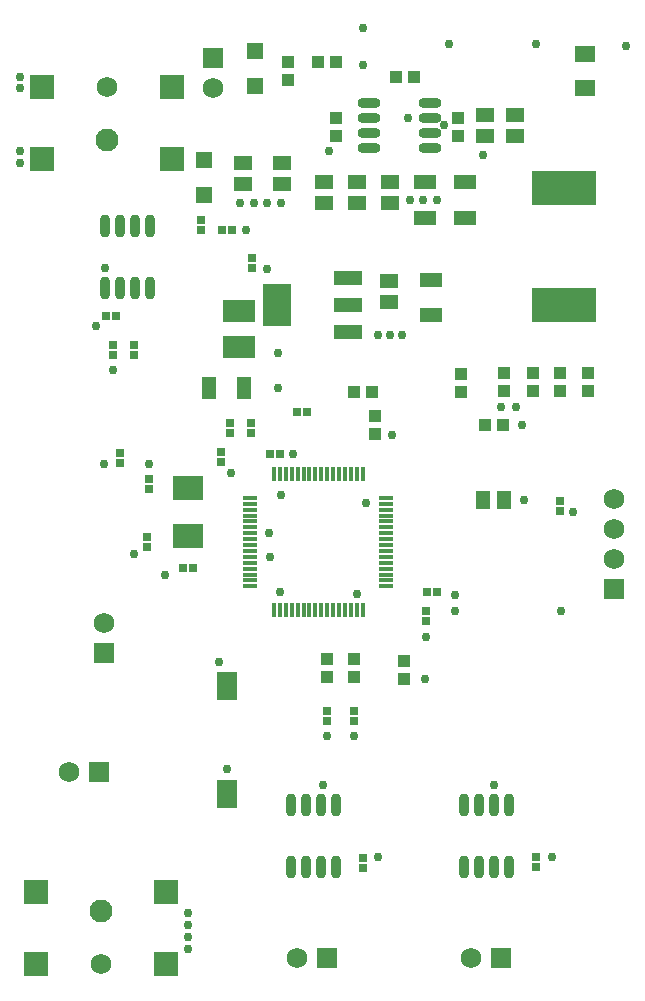
<source format=gts>
G04*
G04 #@! TF.GenerationSoftware,Altium Limited,Altium Designer,20.1.14 (287)*
G04*
G04 Layer_Color=8388736*
%FSLAX25Y25*%
%MOIN*%
G70*
G04*
G04 #@! TF.SameCoordinates,C5642C15-9C93-435C-A7BF-0FB1E55D52FF*
G04*
G04*
G04 #@! TF.FilePolarity,Negative*
G04*
G01*
G75*
%ADD26R,0.04724X0.01181*%
%ADD27R,0.01181X0.04724*%
%ADD34R,0.21260X0.11417*%
%ADD38R,0.07087X0.05276*%
%ADD39R,0.02959X0.02762*%
%ADD40R,0.04449X0.04252*%
%ADD41R,0.10039X0.08071*%
%ADD42R,0.02762X0.02959*%
%ADD43R,0.09252X0.14370*%
%ADD44R,0.09252X0.04528*%
%ADD45R,0.06890X0.09173*%
%ADD46R,0.06890X0.09252*%
%ADD47R,0.04252X0.04449*%
%ADD48R,0.10827X0.07677*%
%ADD49R,0.05039X0.07677*%
%ADD50R,0.08465X0.08465*%
%ADD51R,0.03150X0.02953*%
%ADD52O,0.03347X0.07677*%
%ADD53R,0.06378X0.05158*%
%ADD54O,0.07677X0.03347*%
%ADD55R,0.07677X0.05039*%
%ADD56R,0.05394X0.05512*%
%ADD57R,0.05158X0.06378*%
%ADD58C,0.06890*%
%ADD59R,0.06890X0.06890*%
%ADD60C,0.07677*%
%ADD61R,0.06890X0.06890*%
%ADD62C,0.02953*%
D26*
X79862Y180264D02*
D03*
Y178295D02*
D03*
Y176327D02*
D03*
Y174358D02*
D03*
Y172390D02*
D03*
Y170421D02*
D03*
Y168453D02*
D03*
Y166484D02*
D03*
Y164516D02*
D03*
Y162547D02*
D03*
Y160579D02*
D03*
Y158610D02*
D03*
Y156642D02*
D03*
Y154673D02*
D03*
Y152705D02*
D03*
Y150736D02*
D03*
X125138D02*
D03*
Y152705D02*
D03*
Y154673D02*
D03*
Y156642D02*
D03*
Y158610D02*
D03*
Y160579D02*
D03*
Y162547D02*
D03*
Y164516D02*
D03*
Y166484D02*
D03*
Y168453D02*
D03*
Y170421D02*
D03*
Y172390D02*
D03*
Y174358D02*
D03*
Y176327D02*
D03*
Y178295D02*
D03*
Y180264D02*
D03*
D27*
X87736Y142862D02*
D03*
X89705D02*
D03*
X91673D02*
D03*
X93642D02*
D03*
X95610D02*
D03*
X97579D02*
D03*
X99547D02*
D03*
X101516D02*
D03*
X103484D02*
D03*
X105453D02*
D03*
X107421D02*
D03*
X109390D02*
D03*
X111358D02*
D03*
X113327D02*
D03*
X115295D02*
D03*
X117264D02*
D03*
Y188138D02*
D03*
X115295D02*
D03*
X113327D02*
D03*
X111358D02*
D03*
X109390D02*
D03*
X107421D02*
D03*
X105453D02*
D03*
X103484D02*
D03*
X101516D02*
D03*
X99547D02*
D03*
X97579D02*
D03*
X95610D02*
D03*
X93642D02*
D03*
X91673D02*
D03*
X89705D02*
D03*
X87736D02*
D03*
D34*
X184500Y244512D02*
D03*
Y283488D02*
D03*
D38*
X191500Y328130D02*
D03*
Y316870D02*
D03*
D39*
X183000Y179173D02*
D03*
Y175827D02*
D03*
X138500Y142500D02*
D03*
Y139154D02*
D03*
X70000Y195673D02*
D03*
Y192327D02*
D03*
X36500Y195173D02*
D03*
Y191827D02*
D03*
X80500Y260173D02*
D03*
Y256827D02*
D03*
X114500Y109173D02*
D03*
Y105827D02*
D03*
X105500Y109173D02*
D03*
Y105827D02*
D03*
X80000Y201827D02*
D03*
Y205173D02*
D03*
X73000Y201827D02*
D03*
Y205173D02*
D03*
X63500Y272847D02*
D03*
Y269500D02*
D03*
X45500Y164000D02*
D03*
Y167347D02*
D03*
X46000Y186673D02*
D03*
Y183327D02*
D03*
X117500Y57000D02*
D03*
Y60347D02*
D03*
X175000Y57153D02*
D03*
Y60500D02*
D03*
D40*
X164500Y222031D02*
D03*
Y215968D02*
D03*
X174000Y222031D02*
D03*
Y215968D02*
D03*
X183000Y222031D02*
D03*
Y215968D02*
D03*
X192500Y222031D02*
D03*
Y215968D02*
D03*
X131000Y126031D02*
D03*
Y119968D02*
D03*
X114500Y126532D02*
D03*
Y120468D02*
D03*
X105500Y126532D02*
D03*
Y120468D02*
D03*
X121500Y207531D02*
D03*
Y201468D02*
D03*
X150000Y221532D02*
D03*
Y215469D02*
D03*
X149000Y300969D02*
D03*
Y307031D02*
D03*
X108500Y300969D02*
D03*
Y307031D02*
D03*
X92500Y325532D02*
D03*
Y319468D02*
D03*
D41*
X59000Y167429D02*
D03*
Y183571D02*
D03*
D42*
X86327Y195000D02*
D03*
X89673D02*
D03*
X60673Y157000D02*
D03*
X57327D02*
D03*
X98673Y209000D02*
D03*
X95327D02*
D03*
X70327Y269500D02*
D03*
X73673D02*
D03*
X35173Y241000D02*
D03*
X31827D02*
D03*
X142173Y149000D02*
D03*
X138827D02*
D03*
D43*
X88689Y244500D02*
D03*
D44*
X112311Y253555D02*
D03*
Y244500D02*
D03*
Y235445D02*
D03*
D45*
X72000Y81410D02*
D03*
D46*
Y117591D02*
D03*
D47*
X114469Y215500D02*
D03*
X120531D02*
D03*
X157968Y204500D02*
D03*
X164032D02*
D03*
X108531Y325500D02*
D03*
X102469D02*
D03*
X134563Y320500D02*
D03*
X128500D02*
D03*
D48*
X76000Y242406D02*
D03*
Y230594D02*
D03*
D49*
X66134Y217000D02*
D03*
X77866D02*
D03*
D50*
X8347Y24716D02*
D03*
X51653D02*
D03*
X8347Y48929D02*
D03*
X51653D02*
D03*
X53654Y317284D02*
D03*
X10346D02*
D03*
X53654Y293071D02*
D03*
X10346D02*
D03*
D51*
X34000Y231173D02*
D03*
Y227827D02*
D03*
X41000Y231173D02*
D03*
Y227827D02*
D03*
D52*
X46500Y270736D02*
D03*
X41500D02*
D03*
X36500D02*
D03*
X31500D02*
D03*
X46500Y250264D02*
D03*
X41500D02*
D03*
X36500D02*
D03*
X31500D02*
D03*
X93500Y57264D02*
D03*
X98500D02*
D03*
X103500D02*
D03*
X108500D02*
D03*
X93500Y77736D02*
D03*
X98500D02*
D03*
X103500D02*
D03*
X108500D02*
D03*
X151000Y57264D02*
D03*
X156000D02*
D03*
X161000D02*
D03*
X166000D02*
D03*
X151000Y77736D02*
D03*
X156000D02*
D03*
X161000D02*
D03*
X166000D02*
D03*
D53*
X126000Y245496D02*
D03*
Y252504D02*
D03*
X126500Y285504D02*
D03*
Y278496D02*
D03*
X104500D02*
D03*
Y285504D02*
D03*
X115500Y278496D02*
D03*
Y285504D02*
D03*
X158000Y308004D02*
D03*
Y300996D02*
D03*
X168000Y308004D02*
D03*
Y300996D02*
D03*
X90500Y285000D02*
D03*
Y292008D02*
D03*
X77500Y284996D02*
D03*
Y292004D02*
D03*
D54*
X119264Y312000D02*
D03*
Y307000D02*
D03*
Y302000D02*
D03*
Y297000D02*
D03*
X139736Y312000D02*
D03*
Y307000D02*
D03*
Y302000D02*
D03*
Y297000D02*
D03*
D55*
X151500Y273634D02*
D03*
Y285366D02*
D03*
X138000Y273634D02*
D03*
Y285366D02*
D03*
X140000Y241134D02*
D03*
Y252866D02*
D03*
D56*
X81500Y329307D02*
D03*
Y317693D02*
D03*
X64500Y281193D02*
D03*
Y292807D02*
D03*
D57*
X157496Y179500D02*
D03*
X164504D02*
D03*
D58*
X153500Y27000D02*
D03*
X30000Y24716D02*
D03*
X67500Y317000D02*
D03*
X32000Y317284D02*
D03*
X201000Y180000D02*
D03*
Y170000D02*
D03*
Y160000D02*
D03*
X31000Y138500D02*
D03*
X19500Y89000D02*
D03*
X95500Y27000D02*
D03*
D59*
X163500D02*
D03*
X29500Y89000D02*
D03*
X105500Y27000D02*
D03*
D60*
X30000Y42433D02*
D03*
X32000Y299567D02*
D03*
D61*
X67500Y327000D02*
D03*
X201000Y150000D02*
D03*
X31000Y128500D02*
D03*
D62*
X170500Y204500D02*
D03*
X187337Y175663D02*
D03*
X115348Y148348D02*
D03*
X89729Y148729D02*
D03*
X157500Y294500D02*
D03*
X180500Y60500D02*
D03*
X122500D02*
D03*
X168500Y210500D02*
D03*
X163500D02*
D03*
X104000Y84500D02*
D03*
X138000Y120000D02*
D03*
X138500Y134000D02*
D03*
X148000Y142500D02*
D03*
X161000Y84500D02*
D03*
X148000Y148000D02*
D03*
X183500Y142500D02*
D03*
X73500Y188500D02*
D03*
X86500Y160500D02*
D03*
X90037Y181037D02*
D03*
X31000Y191500D02*
D03*
X46000D02*
D03*
X94000Y195000D02*
D03*
X85500Y256500D02*
D03*
X114500Y101000D02*
D03*
X171000Y179500D02*
D03*
X51500Y154500D02*
D03*
X72000Y90000D02*
D03*
X69500Y125500D02*
D03*
X86000Y168500D02*
D03*
X105500Y101000D02*
D03*
X127149Y201351D02*
D03*
X122500Y234500D02*
D03*
X130500D02*
D03*
X41000Y161500D02*
D03*
X31500Y257000D02*
D03*
X78500Y269500D02*
D03*
X118500Y178500D02*
D03*
X59000Y30000D02*
D03*
Y34000D02*
D03*
Y38000D02*
D03*
Y42000D02*
D03*
X205000Y331000D02*
D03*
X28500Y237440D02*
D03*
X34000Y223000D02*
D03*
X144500Y304500D02*
D03*
X90000Y278500D02*
D03*
X85500D02*
D03*
X81000D02*
D03*
X76500D02*
D03*
X126500Y234500D02*
D03*
X89000Y228500D02*
D03*
Y217000D02*
D03*
X142000Y279500D02*
D03*
X137500D02*
D03*
X133000D02*
D03*
X106000Y296000D02*
D03*
X132500Y307000D02*
D03*
X3000Y292000D02*
D03*
Y296000D02*
D03*
Y320500D02*
D03*
Y317000D02*
D03*
X117500Y324500D02*
D03*
Y337000D02*
D03*
X175000Y331500D02*
D03*
X146000D02*
D03*
M02*

</source>
